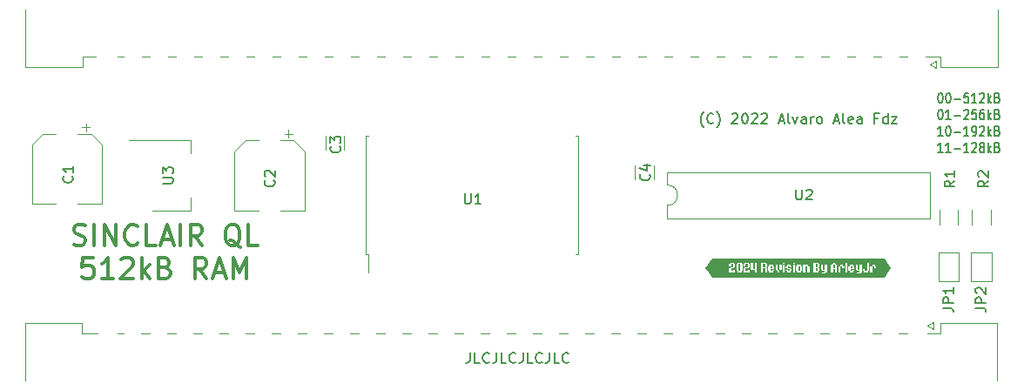
<source format=gbr>
%TF.GenerationSoftware,KiCad,Pcbnew,8.0.1*%
%TF.CreationDate,2024-04-05T09:52:39+02:00*%
%TF.ProjectId,qlexternal512kram_MIX,716c6578-7465-4726-9e61-6c3531326b72,0.1*%
%TF.SameCoordinates,Original*%
%TF.FileFunction,Legend,Top*%
%TF.FilePolarity,Positive*%
%FSLAX46Y46*%
G04 Gerber Fmt 4.6, Leading zero omitted, Abs format (unit mm)*
G04 Created by KiCad (PCBNEW 8.0.1) date 2024-04-05 09:52:39*
%MOMM*%
%LPD*%
G01*
G04 APERTURE LIST*
%ADD10C,0.150000*%
%ADD11C,0.300000*%
%ADD12C,0.120000*%
%ADD13C,0.000000*%
G04 APERTURE END LIST*
D10*
X137715951Y-85814819D02*
X137715951Y-86529104D01*
X137715951Y-86529104D02*
X137668332Y-86671961D01*
X137668332Y-86671961D02*
X137573094Y-86767200D01*
X137573094Y-86767200D02*
X137430237Y-86814819D01*
X137430237Y-86814819D02*
X137334999Y-86814819D01*
X138668332Y-86814819D02*
X138192142Y-86814819D01*
X138192142Y-86814819D02*
X138192142Y-85814819D01*
X139573094Y-86719580D02*
X139525475Y-86767200D01*
X139525475Y-86767200D02*
X139382618Y-86814819D01*
X139382618Y-86814819D02*
X139287380Y-86814819D01*
X139287380Y-86814819D02*
X139144523Y-86767200D01*
X139144523Y-86767200D02*
X139049285Y-86671961D01*
X139049285Y-86671961D02*
X139001666Y-86576723D01*
X139001666Y-86576723D02*
X138954047Y-86386247D01*
X138954047Y-86386247D02*
X138954047Y-86243390D01*
X138954047Y-86243390D02*
X139001666Y-86052914D01*
X139001666Y-86052914D02*
X139049285Y-85957676D01*
X139049285Y-85957676D02*
X139144523Y-85862438D01*
X139144523Y-85862438D02*
X139287380Y-85814819D01*
X139287380Y-85814819D02*
X139382618Y-85814819D01*
X139382618Y-85814819D02*
X139525475Y-85862438D01*
X139525475Y-85862438D02*
X139573094Y-85910057D01*
X140287380Y-85814819D02*
X140287380Y-86529104D01*
X140287380Y-86529104D02*
X140239761Y-86671961D01*
X140239761Y-86671961D02*
X140144523Y-86767200D01*
X140144523Y-86767200D02*
X140001666Y-86814819D01*
X140001666Y-86814819D02*
X139906428Y-86814819D01*
X141239761Y-86814819D02*
X140763571Y-86814819D01*
X140763571Y-86814819D02*
X140763571Y-85814819D01*
X142144523Y-86719580D02*
X142096904Y-86767200D01*
X142096904Y-86767200D02*
X141954047Y-86814819D01*
X141954047Y-86814819D02*
X141858809Y-86814819D01*
X141858809Y-86814819D02*
X141715952Y-86767200D01*
X141715952Y-86767200D02*
X141620714Y-86671961D01*
X141620714Y-86671961D02*
X141573095Y-86576723D01*
X141573095Y-86576723D02*
X141525476Y-86386247D01*
X141525476Y-86386247D02*
X141525476Y-86243390D01*
X141525476Y-86243390D02*
X141573095Y-86052914D01*
X141573095Y-86052914D02*
X141620714Y-85957676D01*
X141620714Y-85957676D02*
X141715952Y-85862438D01*
X141715952Y-85862438D02*
X141858809Y-85814819D01*
X141858809Y-85814819D02*
X141954047Y-85814819D01*
X141954047Y-85814819D02*
X142096904Y-85862438D01*
X142096904Y-85862438D02*
X142144523Y-85910057D01*
X142858809Y-85814819D02*
X142858809Y-86529104D01*
X142858809Y-86529104D02*
X142811190Y-86671961D01*
X142811190Y-86671961D02*
X142715952Y-86767200D01*
X142715952Y-86767200D02*
X142573095Y-86814819D01*
X142573095Y-86814819D02*
X142477857Y-86814819D01*
X143811190Y-86814819D02*
X143335000Y-86814819D01*
X143335000Y-86814819D02*
X143335000Y-85814819D01*
X144715952Y-86719580D02*
X144668333Y-86767200D01*
X144668333Y-86767200D02*
X144525476Y-86814819D01*
X144525476Y-86814819D02*
X144430238Y-86814819D01*
X144430238Y-86814819D02*
X144287381Y-86767200D01*
X144287381Y-86767200D02*
X144192143Y-86671961D01*
X144192143Y-86671961D02*
X144144524Y-86576723D01*
X144144524Y-86576723D02*
X144096905Y-86386247D01*
X144096905Y-86386247D02*
X144096905Y-86243390D01*
X144096905Y-86243390D02*
X144144524Y-86052914D01*
X144144524Y-86052914D02*
X144192143Y-85957676D01*
X144192143Y-85957676D02*
X144287381Y-85862438D01*
X144287381Y-85862438D02*
X144430238Y-85814819D01*
X144430238Y-85814819D02*
X144525476Y-85814819D01*
X144525476Y-85814819D02*
X144668333Y-85862438D01*
X144668333Y-85862438D02*
X144715952Y-85910057D01*
X145430238Y-85814819D02*
X145430238Y-86529104D01*
X145430238Y-86529104D02*
X145382619Y-86671961D01*
X145382619Y-86671961D02*
X145287381Y-86767200D01*
X145287381Y-86767200D02*
X145144524Y-86814819D01*
X145144524Y-86814819D02*
X145049286Y-86814819D01*
X146382619Y-86814819D02*
X145906429Y-86814819D01*
X145906429Y-86814819D02*
X145906429Y-85814819D01*
X147287381Y-86719580D02*
X147239762Y-86767200D01*
X147239762Y-86767200D02*
X147096905Y-86814819D01*
X147096905Y-86814819D02*
X147001667Y-86814819D01*
X147001667Y-86814819D02*
X146858810Y-86767200D01*
X146858810Y-86767200D02*
X146763572Y-86671961D01*
X146763572Y-86671961D02*
X146715953Y-86576723D01*
X146715953Y-86576723D02*
X146668334Y-86386247D01*
X146668334Y-86386247D02*
X146668334Y-86243390D01*
X146668334Y-86243390D02*
X146715953Y-86052914D01*
X146715953Y-86052914D02*
X146763572Y-85957676D01*
X146763572Y-85957676D02*
X146858810Y-85862438D01*
X146858810Y-85862438D02*
X147001667Y-85814819D01*
X147001667Y-85814819D02*
X147096905Y-85814819D01*
X147096905Y-85814819D02*
X147239762Y-85862438D01*
X147239762Y-85862438D02*
X147287381Y-85910057D01*
X183416541Y-60539903D02*
X183492731Y-60539903D01*
X183492731Y-60539903D02*
X183568922Y-60587522D01*
X183568922Y-60587522D02*
X183607017Y-60635141D01*
X183607017Y-60635141D02*
X183645112Y-60730379D01*
X183645112Y-60730379D02*
X183683207Y-60920855D01*
X183683207Y-60920855D02*
X183683207Y-61158950D01*
X183683207Y-61158950D02*
X183645112Y-61349426D01*
X183645112Y-61349426D02*
X183607017Y-61444664D01*
X183607017Y-61444664D02*
X183568922Y-61492284D01*
X183568922Y-61492284D02*
X183492731Y-61539903D01*
X183492731Y-61539903D02*
X183416541Y-61539903D01*
X183416541Y-61539903D02*
X183340350Y-61492284D01*
X183340350Y-61492284D02*
X183302255Y-61444664D01*
X183302255Y-61444664D02*
X183264160Y-61349426D01*
X183264160Y-61349426D02*
X183226064Y-61158950D01*
X183226064Y-61158950D02*
X183226064Y-60920855D01*
X183226064Y-60920855D02*
X183264160Y-60730379D01*
X183264160Y-60730379D02*
X183302255Y-60635141D01*
X183302255Y-60635141D02*
X183340350Y-60587522D01*
X183340350Y-60587522D02*
X183416541Y-60539903D01*
X184178446Y-60539903D02*
X184254636Y-60539903D01*
X184254636Y-60539903D02*
X184330827Y-60587522D01*
X184330827Y-60587522D02*
X184368922Y-60635141D01*
X184368922Y-60635141D02*
X184407017Y-60730379D01*
X184407017Y-60730379D02*
X184445112Y-60920855D01*
X184445112Y-60920855D02*
X184445112Y-61158950D01*
X184445112Y-61158950D02*
X184407017Y-61349426D01*
X184407017Y-61349426D02*
X184368922Y-61444664D01*
X184368922Y-61444664D02*
X184330827Y-61492284D01*
X184330827Y-61492284D02*
X184254636Y-61539903D01*
X184254636Y-61539903D02*
X184178446Y-61539903D01*
X184178446Y-61539903D02*
X184102255Y-61492284D01*
X184102255Y-61492284D02*
X184064160Y-61444664D01*
X184064160Y-61444664D02*
X184026065Y-61349426D01*
X184026065Y-61349426D02*
X183987969Y-61158950D01*
X183987969Y-61158950D02*
X183987969Y-60920855D01*
X183987969Y-60920855D02*
X184026065Y-60730379D01*
X184026065Y-60730379D02*
X184064160Y-60635141D01*
X184064160Y-60635141D02*
X184102255Y-60587522D01*
X184102255Y-60587522D02*
X184178446Y-60539903D01*
X184787970Y-61158950D02*
X185397494Y-61158950D01*
X186159398Y-60539903D02*
X185778446Y-60539903D01*
X185778446Y-60539903D02*
X185740350Y-61016093D01*
X185740350Y-61016093D02*
X185778446Y-60968474D01*
X185778446Y-60968474D02*
X185854636Y-60920855D01*
X185854636Y-60920855D02*
X186045112Y-60920855D01*
X186045112Y-60920855D02*
X186121303Y-60968474D01*
X186121303Y-60968474D02*
X186159398Y-61016093D01*
X186159398Y-61016093D02*
X186197493Y-61111331D01*
X186197493Y-61111331D02*
X186197493Y-61349426D01*
X186197493Y-61349426D02*
X186159398Y-61444664D01*
X186159398Y-61444664D02*
X186121303Y-61492284D01*
X186121303Y-61492284D02*
X186045112Y-61539903D01*
X186045112Y-61539903D02*
X185854636Y-61539903D01*
X185854636Y-61539903D02*
X185778446Y-61492284D01*
X185778446Y-61492284D02*
X185740350Y-61444664D01*
X186959398Y-61539903D02*
X186502255Y-61539903D01*
X186730827Y-61539903D02*
X186730827Y-60539903D01*
X186730827Y-60539903D02*
X186654636Y-60682760D01*
X186654636Y-60682760D02*
X186578446Y-60777998D01*
X186578446Y-60777998D02*
X186502255Y-60825617D01*
X187264160Y-60635141D02*
X187302256Y-60587522D01*
X187302256Y-60587522D02*
X187378446Y-60539903D01*
X187378446Y-60539903D02*
X187568922Y-60539903D01*
X187568922Y-60539903D02*
X187645113Y-60587522D01*
X187645113Y-60587522D02*
X187683208Y-60635141D01*
X187683208Y-60635141D02*
X187721303Y-60730379D01*
X187721303Y-60730379D02*
X187721303Y-60825617D01*
X187721303Y-60825617D02*
X187683208Y-60968474D01*
X187683208Y-60968474D02*
X187226065Y-61539903D01*
X187226065Y-61539903D02*
X187721303Y-61539903D01*
X188064161Y-61539903D02*
X188064161Y-60539903D01*
X188140351Y-61158950D02*
X188368923Y-61539903D01*
X188368923Y-60873236D02*
X188064161Y-61254188D01*
X188978446Y-61016093D02*
X189092732Y-61063712D01*
X189092732Y-61063712D02*
X189130827Y-61111331D01*
X189130827Y-61111331D02*
X189168923Y-61206569D01*
X189168923Y-61206569D02*
X189168923Y-61349426D01*
X189168923Y-61349426D02*
X189130827Y-61444664D01*
X189130827Y-61444664D02*
X189092732Y-61492284D01*
X189092732Y-61492284D02*
X189016542Y-61539903D01*
X189016542Y-61539903D02*
X188711780Y-61539903D01*
X188711780Y-61539903D02*
X188711780Y-60539903D01*
X188711780Y-60539903D02*
X188978446Y-60539903D01*
X188978446Y-60539903D02*
X189054637Y-60587522D01*
X189054637Y-60587522D02*
X189092732Y-60635141D01*
X189092732Y-60635141D02*
X189130827Y-60730379D01*
X189130827Y-60730379D02*
X189130827Y-60825617D01*
X189130827Y-60825617D02*
X189092732Y-60920855D01*
X189092732Y-60920855D02*
X189054637Y-60968474D01*
X189054637Y-60968474D02*
X188978446Y-61016093D01*
X188978446Y-61016093D02*
X188711780Y-61016093D01*
X183416541Y-62149847D02*
X183492731Y-62149847D01*
X183492731Y-62149847D02*
X183568922Y-62197466D01*
X183568922Y-62197466D02*
X183607017Y-62245085D01*
X183607017Y-62245085D02*
X183645112Y-62340323D01*
X183645112Y-62340323D02*
X183683207Y-62530799D01*
X183683207Y-62530799D02*
X183683207Y-62768894D01*
X183683207Y-62768894D02*
X183645112Y-62959370D01*
X183645112Y-62959370D02*
X183607017Y-63054608D01*
X183607017Y-63054608D02*
X183568922Y-63102228D01*
X183568922Y-63102228D02*
X183492731Y-63149847D01*
X183492731Y-63149847D02*
X183416541Y-63149847D01*
X183416541Y-63149847D02*
X183340350Y-63102228D01*
X183340350Y-63102228D02*
X183302255Y-63054608D01*
X183302255Y-63054608D02*
X183264160Y-62959370D01*
X183264160Y-62959370D02*
X183226064Y-62768894D01*
X183226064Y-62768894D02*
X183226064Y-62530799D01*
X183226064Y-62530799D02*
X183264160Y-62340323D01*
X183264160Y-62340323D02*
X183302255Y-62245085D01*
X183302255Y-62245085D02*
X183340350Y-62197466D01*
X183340350Y-62197466D02*
X183416541Y-62149847D01*
X184445112Y-63149847D02*
X183987969Y-63149847D01*
X184216541Y-63149847D02*
X184216541Y-62149847D01*
X184216541Y-62149847D02*
X184140350Y-62292704D01*
X184140350Y-62292704D02*
X184064160Y-62387942D01*
X184064160Y-62387942D02*
X183987969Y-62435561D01*
X184787970Y-62768894D02*
X185397494Y-62768894D01*
X185740350Y-62245085D02*
X185778446Y-62197466D01*
X185778446Y-62197466D02*
X185854636Y-62149847D01*
X185854636Y-62149847D02*
X186045112Y-62149847D01*
X186045112Y-62149847D02*
X186121303Y-62197466D01*
X186121303Y-62197466D02*
X186159398Y-62245085D01*
X186159398Y-62245085D02*
X186197493Y-62340323D01*
X186197493Y-62340323D02*
X186197493Y-62435561D01*
X186197493Y-62435561D02*
X186159398Y-62578418D01*
X186159398Y-62578418D02*
X185702255Y-63149847D01*
X185702255Y-63149847D02*
X186197493Y-63149847D01*
X186921303Y-62149847D02*
X186540351Y-62149847D01*
X186540351Y-62149847D02*
X186502255Y-62626037D01*
X186502255Y-62626037D02*
X186540351Y-62578418D01*
X186540351Y-62578418D02*
X186616541Y-62530799D01*
X186616541Y-62530799D02*
X186807017Y-62530799D01*
X186807017Y-62530799D02*
X186883208Y-62578418D01*
X186883208Y-62578418D02*
X186921303Y-62626037D01*
X186921303Y-62626037D02*
X186959398Y-62721275D01*
X186959398Y-62721275D02*
X186959398Y-62959370D01*
X186959398Y-62959370D02*
X186921303Y-63054608D01*
X186921303Y-63054608D02*
X186883208Y-63102228D01*
X186883208Y-63102228D02*
X186807017Y-63149847D01*
X186807017Y-63149847D02*
X186616541Y-63149847D01*
X186616541Y-63149847D02*
X186540351Y-63102228D01*
X186540351Y-63102228D02*
X186502255Y-63054608D01*
X187645113Y-62149847D02*
X187492732Y-62149847D01*
X187492732Y-62149847D02*
X187416541Y-62197466D01*
X187416541Y-62197466D02*
X187378446Y-62245085D01*
X187378446Y-62245085D02*
X187302256Y-62387942D01*
X187302256Y-62387942D02*
X187264160Y-62578418D01*
X187264160Y-62578418D02*
X187264160Y-62959370D01*
X187264160Y-62959370D02*
X187302256Y-63054608D01*
X187302256Y-63054608D02*
X187340351Y-63102228D01*
X187340351Y-63102228D02*
X187416541Y-63149847D01*
X187416541Y-63149847D02*
X187568922Y-63149847D01*
X187568922Y-63149847D02*
X187645113Y-63102228D01*
X187645113Y-63102228D02*
X187683208Y-63054608D01*
X187683208Y-63054608D02*
X187721303Y-62959370D01*
X187721303Y-62959370D02*
X187721303Y-62721275D01*
X187721303Y-62721275D02*
X187683208Y-62626037D01*
X187683208Y-62626037D02*
X187645113Y-62578418D01*
X187645113Y-62578418D02*
X187568922Y-62530799D01*
X187568922Y-62530799D02*
X187416541Y-62530799D01*
X187416541Y-62530799D02*
X187340351Y-62578418D01*
X187340351Y-62578418D02*
X187302256Y-62626037D01*
X187302256Y-62626037D02*
X187264160Y-62721275D01*
X188064161Y-63149847D02*
X188064161Y-62149847D01*
X188140351Y-62768894D02*
X188368923Y-63149847D01*
X188368923Y-62483180D02*
X188064161Y-62864132D01*
X188978446Y-62626037D02*
X189092732Y-62673656D01*
X189092732Y-62673656D02*
X189130827Y-62721275D01*
X189130827Y-62721275D02*
X189168923Y-62816513D01*
X189168923Y-62816513D02*
X189168923Y-62959370D01*
X189168923Y-62959370D02*
X189130827Y-63054608D01*
X189130827Y-63054608D02*
X189092732Y-63102228D01*
X189092732Y-63102228D02*
X189016542Y-63149847D01*
X189016542Y-63149847D02*
X188711780Y-63149847D01*
X188711780Y-63149847D02*
X188711780Y-62149847D01*
X188711780Y-62149847D02*
X188978446Y-62149847D01*
X188978446Y-62149847D02*
X189054637Y-62197466D01*
X189054637Y-62197466D02*
X189092732Y-62245085D01*
X189092732Y-62245085D02*
X189130827Y-62340323D01*
X189130827Y-62340323D02*
X189130827Y-62435561D01*
X189130827Y-62435561D02*
X189092732Y-62530799D01*
X189092732Y-62530799D02*
X189054637Y-62578418D01*
X189054637Y-62578418D02*
X188978446Y-62626037D01*
X188978446Y-62626037D02*
X188711780Y-62626037D01*
X183683207Y-64759791D02*
X183226064Y-64759791D01*
X183454636Y-64759791D02*
X183454636Y-63759791D01*
X183454636Y-63759791D02*
X183378445Y-63902648D01*
X183378445Y-63902648D02*
X183302255Y-63997886D01*
X183302255Y-63997886D02*
X183226064Y-64045505D01*
X184178446Y-63759791D02*
X184254636Y-63759791D01*
X184254636Y-63759791D02*
X184330827Y-63807410D01*
X184330827Y-63807410D02*
X184368922Y-63855029D01*
X184368922Y-63855029D02*
X184407017Y-63950267D01*
X184407017Y-63950267D02*
X184445112Y-64140743D01*
X184445112Y-64140743D02*
X184445112Y-64378838D01*
X184445112Y-64378838D02*
X184407017Y-64569314D01*
X184407017Y-64569314D02*
X184368922Y-64664552D01*
X184368922Y-64664552D02*
X184330827Y-64712172D01*
X184330827Y-64712172D02*
X184254636Y-64759791D01*
X184254636Y-64759791D02*
X184178446Y-64759791D01*
X184178446Y-64759791D02*
X184102255Y-64712172D01*
X184102255Y-64712172D02*
X184064160Y-64664552D01*
X184064160Y-64664552D02*
X184026065Y-64569314D01*
X184026065Y-64569314D02*
X183987969Y-64378838D01*
X183987969Y-64378838D02*
X183987969Y-64140743D01*
X183987969Y-64140743D02*
X184026065Y-63950267D01*
X184026065Y-63950267D02*
X184064160Y-63855029D01*
X184064160Y-63855029D02*
X184102255Y-63807410D01*
X184102255Y-63807410D02*
X184178446Y-63759791D01*
X184787970Y-64378838D02*
X185397494Y-64378838D01*
X186197493Y-64759791D02*
X185740350Y-64759791D01*
X185968922Y-64759791D02*
X185968922Y-63759791D01*
X185968922Y-63759791D02*
X185892731Y-63902648D01*
X185892731Y-63902648D02*
X185816541Y-63997886D01*
X185816541Y-63997886D02*
X185740350Y-64045505D01*
X186578446Y-64759791D02*
X186730827Y-64759791D01*
X186730827Y-64759791D02*
X186807017Y-64712172D01*
X186807017Y-64712172D02*
X186845113Y-64664552D01*
X186845113Y-64664552D02*
X186921303Y-64521695D01*
X186921303Y-64521695D02*
X186959398Y-64331219D01*
X186959398Y-64331219D02*
X186959398Y-63950267D01*
X186959398Y-63950267D02*
X186921303Y-63855029D01*
X186921303Y-63855029D02*
X186883208Y-63807410D01*
X186883208Y-63807410D02*
X186807017Y-63759791D01*
X186807017Y-63759791D02*
X186654636Y-63759791D01*
X186654636Y-63759791D02*
X186578446Y-63807410D01*
X186578446Y-63807410D02*
X186540351Y-63855029D01*
X186540351Y-63855029D02*
X186502255Y-63950267D01*
X186502255Y-63950267D02*
X186502255Y-64188362D01*
X186502255Y-64188362D02*
X186540351Y-64283600D01*
X186540351Y-64283600D02*
X186578446Y-64331219D01*
X186578446Y-64331219D02*
X186654636Y-64378838D01*
X186654636Y-64378838D02*
X186807017Y-64378838D01*
X186807017Y-64378838D02*
X186883208Y-64331219D01*
X186883208Y-64331219D02*
X186921303Y-64283600D01*
X186921303Y-64283600D02*
X186959398Y-64188362D01*
X187264160Y-63855029D02*
X187302256Y-63807410D01*
X187302256Y-63807410D02*
X187378446Y-63759791D01*
X187378446Y-63759791D02*
X187568922Y-63759791D01*
X187568922Y-63759791D02*
X187645113Y-63807410D01*
X187645113Y-63807410D02*
X187683208Y-63855029D01*
X187683208Y-63855029D02*
X187721303Y-63950267D01*
X187721303Y-63950267D02*
X187721303Y-64045505D01*
X187721303Y-64045505D02*
X187683208Y-64188362D01*
X187683208Y-64188362D02*
X187226065Y-64759791D01*
X187226065Y-64759791D02*
X187721303Y-64759791D01*
X188064161Y-64759791D02*
X188064161Y-63759791D01*
X188140351Y-64378838D02*
X188368923Y-64759791D01*
X188368923Y-64093124D02*
X188064161Y-64474076D01*
X188978446Y-64235981D02*
X189092732Y-64283600D01*
X189092732Y-64283600D02*
X189130827Y-64331219D01*
X189130827Y-64331219D02*
X189168923Y-64426457D01*
X189168923Y-64426457D02*
X189168923Y-64569314D01*
X189168923Y-64569314D02*
X189130827Y-64664552D01*
X189130827Y-64664552D02*
X189092732Y-64712172D01*
X189092732Y-64712172D02*
X189016542Y-64759791D01*
X189016542Y-64759791D02*
X188711780Y-64759791D01*
X188711780Y-64759791D02*
X188711780Y-63759791D01*
X188711780Y-63759791D02*
X188978446Y-63759791D01*
X188978446Y-63759791D02*
X189054637Y-63807410D01*
X189054637Y-63807410D02*
X189092732Y-63855029D01*
X189092732Y-63855029D02*
X189130827Y-63950267D01*
X189130827Y-63950267D02*
X189130827Y-64045505D01*
X189130827Y-64045505D02*
X189092732Y-64140743D01*
X189092732Y-64140743D02*
X189054637Y-64188362D01*
X189054637Y-64188362D02*
X188978446Y-64235981D01*
X188978446Y-64235981D02*
X188711780Y-64235981D01*
X183683207Y-66369735D02*
X183226064Y-66369735D01*
X183454636Y-66369735D02*
X183454636Y-65369735D01*
X183454636Y-65369735D02*
X183378445Y-65512592D01*
X183378445Y-65512592D02*
X183302255Y-65607830D01*
X183302255Y-65607830D02*
X183226064Y-65655449D01*
X184445112Y-66369735D02*
X183987969Y-66369735D01*
X184216541Y-66369735D02*
X184216541Y-65369735D01*
X184216541Y-65369735D02*
X184140350Y-65512592D01*
X184140350Y-65512592D02*
X184064160Y-65607830D01*
X184064160Y-65607830D02*
X183987969Y-65655449D01*
X184787970Y-65988782D02*
X185397494Y-65988782D01*
X186197493Y-66369735D02*
X185740350Y-66369735D01*
X185968922Y-66369735D02*
X185968922Y-65369735D01*
X185968922Y-65369735D02*
X185892731Y-65512592D01*
X185892731Y-65512592D02*
X185816541Y-65607830D01*
X185816541Y-65607830D02*
X185740350Y-65655449D01*
X186502255Y-65464973D02*
X186540351Y-65417354D01*
X186540351Y-65417354D02*
X186616541Y-65369735D01*
X186616541Y-65369735D02*
X186807017Y-65369735D01*
X186807017Y-65369735D02*
X186883208Y-65417354D01*
X186883208Y-65417354D02*
X186921303Y-65464973D01*
X186921303Y-65464973D02*
X186959398Y-65560211D01*
X186959398Y-65560211D02*
X186959398Y-65655449D01*
X186959398Y-65655449D02*
X186921303Y-65798306D01*
X186921303Y-65798306D02*
X186464160Y-66369735D01*
X186464160Y-66369735D02*
X186959398Y-66369735D01*
X187416541Y-65798306D02*
X187340351Y-65750687D01*
X187340351Y-65750687D02*
X187302256Y-65703068D01*
X187302256Y-65703068D02*
X187264160Y-65607830D01*
X187264160Y-65607830D02*
X187264160Y-65560211D01*
X187264160Y-65560211D02*
X187302256Y-65464973D01*
X187302256Y-65464973D02*
X187340351Y-65417354D01*
X187340351Y-65417354D02*
X187416541Y-65369735D01*
X187416541Y-65369735D02*
X187568922Y-65369735D01*
X187568922Y-65369735D02*
X187645113Y-65417354D01*
X187645113Y-65417354D02*
X187683208Y-65464973D01*
X187683208Y-65464973D02*
X187721303Y-65560211D01*
X187721303Y-65560211D02*
X187721303Y-65607830D01*
X187721303Y-65607830D02*
X187683208Y-65703068D01*
X187683208Y-65703068D02*
X187645113Y-65750687D01*
X187645113Y-65750687D02*
X187568922Y-65798306D01*
X187568922Y-65798306D02*
X187416541Y-65798306D01*
X187416541Y-65798306D02*
X187340351Y-65845925D01*
X187340351Y-65845925D02*
X187302256Y-65893544D01*
X187302256Y-65893544D02*
X187264160Y-65988782D01*
X187264160Y-65988782D02*
X187264160Y-66179258D01*
X187264160Y-66179258D02*
X187302256Y-66274496D01*
X187302256Y-66274496D02*
X187340351Y-66322116D01*
X187340351Y-66322116D02*
X187416541Y-66369735D01*
X187416541Y-66369735D02*
X187568922Y-66369735D01*
X187568922Y-66369735D02*
X187645113Y-66322116D01*
X187645113Y-66322116D02*
X187683208Y-66274496D01*
X187683208Y-66274496D02*
X187721303Y-66179258D01*
X187721303Y-66179258D02*
X187721303Y-65988782D01*
X187721303Y-65988782D02*
X187683208Y-65893544D01*
X187683208Y-65893544D02*
X187645113Y-65845925D01*
X187645113Y-65845925D02*
X187568922Y-65798306D01*
X188064161Y-66369735D02*
X188064161Y-65369735D01*
X188140351Y-65988782D02*
X188368923Y-66369735D01*
X188368923Y-65703068D02*
X188064161Y-66084020D01*
X188978446Y-65845925D02*
X189092732Y-65893544D01*
X189092732Y-65893544D02*
X189130827Y-65941163D01*
X189130827Y-65941163D02*
X189168923Y-66036401D01*
X189168923Y-66036401D02*
X189168923Y-66179258D01*
X189168923Y-66179258D02*
X189130827Y-66274496D01*
X189130827Y-66274496D02*
X189092732Y-66322116D01*
X189092732Y-66322116D02*
X189016542Y-66369735D01*
X189016542Y-66369735D02*
X188711780Y-66369735D01*
X188711780Y-66369735D02*
X188711780Y-65369735D01*
X188711780Y-65369735D02*
X188978446Y-65369735D01*
X188978446Y-65369735D02*
X189054637Y-65417354D01*
X189054637Y-65417354D02*
X189092732Y-65464973D01*
X189092732Y-65464973D02*
X189130827Y-65560211D01*
X189130827Y-65560211D02*
X189130827Y-65655449D01*
X189130827Y-65655449D02*
X189092732Y-65750687D01*
X189092732Y-65750687D02*
X189054637Y-65798306D01*
X189054637Y-65798306D02*
X188978446Y-65845925D01*
X188978446Y-65845925D02*
X188711780Y-65845925D01*
D11*
X99187856Y-75277456D02*
X99473570Y-75372694D01*
X99473570Y-75372694D02*
X99949761Y-75372694D01*
X99949761Y-75372694D02*
X100140237Y-75277456D01*
X100140237Y-75277456D02*
X100235475Y-75182217D01*
X100235475Y-75182217D02*
X100330713Y-74991741D01*
X100330713Y-74991741D02*
X100330713Y-74801265D01*
X100330713Y-74801265D02*
X100235475Y-74610789D01*
X100235475Y-74610789D02*
X100140237Y-74515551D01*
X100140237Y-74515551D02*
X99949761Y-74420313D01*
X99949761Y-74420313D02*
X99568808Y-74325075D01*
X99568808Y-74325075D02*
X99378332Y-74229836D01*
X99378332Y-74229836D02*
X99283094Y-74134598D01*
X99283094Y-74134598D02*
X99187856Y-73944122D01*
X99187856Y-73944122D02*
X99187856Y-73753646D01*
X99187856Y-73753646D02*
X99283094Y-73563170D01*
X99283094Y-73563170D02*
X99378332Y-73467932D01*
X99378332Y-73467932D02*
X99568808Y-73372694D01*
X99568808Y-73372694D02*
X100044999Y-73372694D01*
X100044999Y-73372694D02*
X100330713Y-73467932D01*
X101187856Y-75372694D02*
X101187856Y-73372694D01*
X102140237Y-75372694D02*
X102140237Y-73372694D01*
X102140237Y-73372694D02*
X103283094Y-75372694D01*
X103283094Y-75372694D02*
X103283094Y-73372694D01*
X105378332Y-75182217D02*
X105283094Y-75277456D01*
X105283094Y-75277456D02*
X104997380Y-75372694D01*
X104997380Y-75372694D02*
X104806904Y-75372694D01*
X104806904Y-75372694D02*
X104521189Y-75277456D01*
X104521189Y-75277456D02*
X104330713Y-75086979D01*
X104330713Y-75086979D02*
X104235475Y-74896503D01*
X104235475Y-74896503D02*
X104140237Y-74515551D01*
X104140237Y-74515551D02*
X104140237Y-74229836D01*
X104140237Y-74229836D02*
X104235475Y-73848884D01*
X104235475Y-73848884D02*
X104330713Y-73658408D01*
X104330713Y-73658408D02*
X104521189Y-73467932D01*
X104521189Y-73467932D02*
X104806904Y-73372694D01*
X104806904Y-73372694D02*
X104997380Y-73372694D01*
X104997380Y-73372694D02*
X105283094Y-73467932D01*
X105283094Y-73467932D02*
X105378332Y-73563170D01*
X107187856Y-75372694D02*
X106235475Y-75372694D01*
X106235475Y-75372694D02*
X106235475Y-73372694D01*
X107759285Y-74801265D02*
X108711666Y-74801265D01*
X107568809Y-75372694D02*
X108235475Y-73372694D01*
X108235475Y-73372694D02*
X108902142Y-75372694D01*
X109568809Y-75372694D02*
X109568809Y-73372694D01*
X111664047Y-75372694D02*
X110997380Y-74420313D01*
X110521190Y-75372694D02*
X110521190Y-73372694D01*
X110521190Y-73372694D02*
X111283095Y-73372694D01*
X111283095Y-73372694D02*
X111473571Y-73467932D01*
X111473571Y-73467932D02*
X111568809Y-73563170D01*
X111568809Y-73563170D02*
X111664047Y-73753646D01*
X111664047Y-73753646D02*
X111664047Y-74039360D01*
X111664047Y-74039360D02*
X111568809Y-74229836D01*
X111568809Y-74229836D02*
X111473571Y-74325075D01*
X111473571Y-74325075D02*
X111283095Y-74420313D01*
X111283095Y-74420313D02*
X110521190Y-74420313D01*
X115378333Y-75563170D02*
X115187857Y-75467932D01*
X115187857Y-75467932D02*
X114997381Y-75277456D01*
X114997381Y-75277456D02*
X114711667Y-74991741D01*
X114711667Y-74991741D02*
X114521190Y-74896503D01*
X114521190Y-74896503D02*
X114330714Y-74896503D01*
X114425952Y-75372694D02*
X114235476Y-75277456D01*
X114235476Y-75277456D02*
X114045000Y-75086979D01*
X114045000Y-75086979D02*
X113949762Y-74706027D01*
X113949762Y-74706027D02*
X113949762Y-74039360D01*
X113949762Y-74039360D02*
X114045000Y-73658408D01*
X114045000Y-73658408D02*
X114235476Y-73467932D01*
X114235476Y-73467932D02*
X114425952Y-73372694D01*
X114425952Y-73372694D02*
X114806905Y-73372694D01*
X114806905Y-73372694D02*
X114997381Y-73467932D01*
X114997381Y-73467932D02*
X115187857Y-73658408D01*
X115187857Y-73658408D02*
X115283095Y-74039360D01*
X115283095Y-74039360D02*
X115283095Y-74706027D01*
X115283095Y-74706027D02*
X115187857Y-75086979D01*
X115187857Y-75086979D02*
X114997381Y-75277456D01*
X114997381Y-75277456D02*
X114806905Y-75372694D01*
X114806905Y-75372694D02*
X114425952Y-75372694D01*
X117092619Y-75372694D02*
X116140238Y-75372694D01*
X116140238Y-75372694D02*
X116140238Y-73372694D01*
X101044999Y-76592582D02*
X100092618Y-76592582D01*
X100092618Y-76592582D02*
X99997380Y-77544963D01*
X99997380Y-77544963D02*
X100092618Y-77449724D01*
X100092618Y-77449724D02*
X100283094Y-77354486D01*
X100283094Y-77354486D02*
X100759285Y-77354486D01*
X100759285Y-77354486D02*
X100949761Y-77449724D01*
X100949761Y-77449724D02*
X101044999Y-77544963D01*
X101044999Y-77544963D02*
X101140237Y-77735439D01*
X101140237Y-77735439D02*
X101140237Y-78211629D01*
X101140237Y-78211629D02*
X101044999Y-78402105D01*
X101044999Y-78402105D02*
X100949761Y-78497344D01*
X100949761Y-78497344D02*
X100759285Y-78592582D01*
X100759285Y-78592582D02*
X100283094Y-78592582D01*
X100283094Y-78592582D02*
X100092618Y-78497344D01*
X100092618Y-78497344D02*
X99997380Y-78402105D01*
X103044999Y-78592582D02*
X101902142Y-78592582D01*
X102473570Y-78592582D02*
X102473570Y-76592582D01*
X102473570Y-76592582D02*
X102283094Y-76878296D01*
X102283094Y-76878296D02*
X102092618Y-77068772D01*
X102092618Y-77068772D02*
X101902142Y-77164010D01*
X103806904Y-76783058D02*
X103902142Y-76687820D01*
X103902142Y-76687820D02*
X104092618Y-76592582D01*
X104092618Y-76592582D02*
X104568809Y-76592582D01*
X104568809Y-76592582D02*
X104759285Y-76687820D01*
X104759285Y-76687820D02*
X104854523Y-76783058D01*
X104854523Y-76783058D02*
X104949761Y-76973534D01*
X104949761Y-76973534D02*
X104949761Y-77164010D01*
X104949761Y-77164010D02*
X104854523Y-77449724D01*
X104854523Y-77449724D02*
X103711666Y-78592582D01*
X103711666Y-78592582D02*
X104949761Y-78592582D01*
X105806904Y-78592582D02*
X105806904Y-76592582D01*
X105997380Y-77830677D02*
X106568809Y-78592582D01*
X106568809Y-77259248D02*
X105806904Y-78021153D01*
X108092619Y-77544963D02*
X108378333Y-77640201D01*
X108378333Y-77640201D02*
X108473571Y-77735439D01*
X108473571Y-77735439D02*
X108568809Y-77925915D01*
X108568809Y-77925915D02*
X108568809Y-78211629D01*
X108568809Y-78211629D02*
X108473571Y-78402105D01*
X108473571Y-78402105D02*
X108378333Y-78497344D01*
X108378333Y-78497344D02*
X108187857Y-78592582D01*
X108187857Y-78592582D02*
X107425952Y-78592582D01*
X107425952Y-78592582D02*
X107425952Y-76592582D01*
X107425952Y-76592582D02*
X108092619Y-76592582D01*
X108092619Y-76592582D02*
X108283095Y-76687820D01*
X108283095Y-76687820D02*
X108378333Y-76783058D01*
X108378333Y-76783058D02*
X108473571Y-76973534D01*
X108473571Y-76973534D02*
X108473571Y-77164010D01*
X108473571Y-77164010D02*
X108378333Y-77354486D01*
X108378333Y-77354486D02*
X108283095Y-77449724D01*
X108283095Y-77449724D02*
X108092619Y-77544963D01*
X108092619Y-77544963D02*
X107425952Y-77544963D01*
X112092619Y-78592582D02*
X111425952Y-77640201D01*
X110949762Y-78592582D02*
X110949762Y-76592582D01*
X110949762Y-76592582D02*
X111711667Y-76592582D01*
X111711667Y-76592582D02*
X111902143Y-76687820D01*
X111902143Y-76687820D02*
X111997381Y-76783058D01*
X111997381Y-76783058D02*
X112092619Y-76973534D01*
X112092619Y-76973534D02*
X112092619Y-77259248D01*
X112092619Y-77259248D02*
X111997381Y-77449724D01*
X111997381Y-77449724D02*
X111902143Y-77544963D01*
X111902143Y-77544963D02*
X111711667Y-77640201D01*
X111711667Y-77640201D02*
X110949762Y-77640201D01*
X112854524Y-78021153D02*
X113806905Y-78021153D01*
X112664048Y-78592582D02*
X113330714Y-76592582D01*
X113330714Y-76592582D02*
X113997381Y-78592582D01*
X114664048Y-78592582D02*
X114664048Y-76592582D01*
X114664048Y-76592582D02*
X115330715Y-78021153D01*
X115330715Y-78021153D02*
X115997381Y-76592582D01*
X115997381Y-76592582D02*
X115997381Y-78592582D01*
D10*
X160425712Y-63920771D02*
X160378093Y-63873152D01*
X160378093Y-63873152D02*
X160282855Y-63730295D01*
X160282855Y-63730295D02*
X160235236Y-63635057D01*
X160235236Y-63635057D02*
X160187617Y-63492200D01*
X160187617Y-63492200D02*
X160139998Y-63254104D01*
X160139998Y-63254104D02*
X160139998Y-63063628D01*
X160139998Y-63063628D02*
X160187617Y-62825533D01*
X160187617Y-62825533D02*
X160235236Y-62682676D01*
X160235236Y-62682676D02*
X160282855Y-62587438D01*
X160282855Y-62587438D02*
X160378093Y-62444580D01*
X160378093Y-62444580D02*
X160425712Y-62396961D01*
X161378093Y-63444580D02*
X161330474Y-63492200D01*
X161330474Y-63492200D02*
X161187617Y-63539819D01*
X161187617Y-63539819D02*
X161092379Y-63539819D01*
X161092379Y-63539819D02*
X160949522Y-63492200D01*
X160949522Y-63492200D02*
X160854284Y-63396961D01*
X160854284Y-63396961D02*
X160806665Y-63301723D01*
X160806665Y-63301723D02*
X160759046Y-63111247D01*
X160759046Y-63111247D02*
X160759046Y-62968390D01*
X160759046Y-62968390D02*
X160806665Y-62777914D01*
X160806665Y-62777914D02*
X160854284Y-62682676D01*
X160854284Y-62682676D02*
X160949522Y-62587438D01*
X160949522Y-62587438D02*
X161092379Y-62539819D01*
X161092379Y-62539819D02*
X161187617Y-62539819D01*
X161187617Y-62539819D02*
X161330474Y-62587438D01*
X161330474Y-62587438D02*
X161378093Y-62635057D01*
X161711427Y-63920771D02*
X161759046Y-63873152D01*
X161759046Y-63873152D02*
X161854284Y-63730295D01*
X161854284Y-63730295D02*
X161901903Y-63635057D01*
X161901903Y-63635057D02*
X161949522Y-63492200D01*
X161949522Y-63492200D02*
X161997141Y-63254104D01*
X161997141Y-63254104D02*
X161997141Y-63063628D01*
X161997141Y-63063628D02*
X161949522Y-62825533D01*
X161949522Y-62825533D02*
X161901903Y-62682676D01*
X161901903Y-62682676D02*
X161854284Y-62587438D01*
X161854284Y-62587438D02*
X161759046Y-62444580D01*
X161759046Y-62444580D02*
X161711427Y-62396961D01*
X163187618Y-62635057D02*
X163235237Y-62587438D01*
X163235237Y-62587438D02*
X163330475Y-62539819D01*
X163330475Y-62539819D02*
X163568570Y-62539819D01*
X163568570Y-62539819D02*
X163663808Y-62587438D01*
X163663808Y-62587438D02*
X163711427Y-62635057D01*
X163711427Y-62635057D02*
X163759046Y-62730295D01*
X163759046Y-62730295D02*
X163759046Y-62825533D01*
X163759046Y-62825533D02*
X163711427Y-62968390D01*
X163711427Y-62968390D02*
X163139999Y-63539819D01*
X163139999Y-63539819D02*
X163759046Y-63539819D01*
X164378094Y-62539819D02*
X164473332Y-62539819D01*
X164473332Y-62539819D02*
X164568570Y-62587438D01*
X164568570Y-62587438D02*
X164616189Y-62635057D01*
X164616189Y-62635057D02*
X164663808Y-62730295D01*
X164663808Y-62730295D02*
X164711427Y-62920771D01*
X164711427Y-62920771D02*
X164711427Y-63158866D01*
X164711427Y-63158866D02*
X164663808Y-63349342D01*
X164663808Y-63349342D02*
X164616189Y-63444580D01*
X164616189Y-63444580D02*
X164568570Y-63492200D01*
X164568570Y-63492200D02*
X164473332Y-63539819D01*
X164473332Y-63539819D02*
X164378094Y-63539819D01*
X164378094Y-63539819D02*
X164282856Y-63492200D01*
X164282856Y-63492200D02*
X164235237Y-63444580D01*
X164235237Y-63444580D02*
X164187618Y-63349342D01*
X164187618Y-63349342D02*
X164139999Y-63158866D01*
X164139999Y-63158866D02*
X164139999Y-62920771D01*
X164139999Y-62920771D02*
X164187618Y-62730295D01*
X164187618Y-62730295D02*
X164235237Y-62635057D01*
X164235237Y-62635057D02*
X164282856Y-62587438D01*
X164282856Y-62587438D02*
X164378094Y-62539819D01*
X165092380Y-62635057D02*
X165139999Y-62587438D01*
X165139999Y-62587438D02*
X165235237Y-62539819D01*
X165235237Y-62539819D02*
X165473332Y-62539819D01*
X165473332Y-62539819D02*
X165568570Y-62587438D01*
X165568570Y-62587438D02*
X165616189Y-62635057D01*
X165616189Y-62635057D02*
X165663808Y-62730295D01*
X165663808Y-62730295D02*
X165663808Y-62825533D01*
X165663808Y-62825533D02*
X165616189Y-62968390D01*
X165616189Y-62968390D02*
X165044761Y-63539819D01*
X165044761Y-63539819D02*
X165663808Y-63539819D01*
X166044761Y-62635057D02*
X166092380Y-62587438D01*
X166092380Y-62587438D02*
X166187618Y-62539819D01*
X166187618Y-62539819D02*
X166425713Y-62539819D01*
X166425713Y-62539819D02*
X166520951Y-62587438D01*
X166520951Y-62587438D02*
X166568570Y-62635057D01*
X166568570Y-62635057D02*
X166616189Y-62730295D01*
X166616189Y-62730295D02*
X166616189Y-62825533D01*
X166616189Y-62825533D02*
X166568570Y-62968390D01*
X166568570Y-62968390D02*
X165997142Y-63539819D01*
X165997142Y-63539819D02*
X166616189Y-63539819D01*
X167759047Y-63254104D02*
X168235237Y-63254104D01*
X167663809Y-63539819D02*
X167997142Y-62539819D01*
X167997142Y-62539819D02*
X168330475Y-63539819D01*
X168806666Y-63539819D02*
X168711428Y-63492200D01*
X168711428Y-63492200D02*
X168663809Y-63396961D01*
X168663809Y-63396961D02*
X168663809Y-62539819D01*
X169092381Y-62873152D02*
X169330476Y-63539819D01*
X169330476Y-63539819D02*
X169568571Y-62873152D01*
X170378095Y-63539819D02*
X170378095Y-63016009D01*
X170378095Y-63016009D02*
X170330476Y-62920771D01*
X170330476Y-62920771D02*
X170235238Y-62873152D01*
X170235238Y-62873152D02*
X170044762Y-62873152D01*
X170044762Y-62873152D02*
X169949524Y-62920771D01*
X170378095Y-63492200D02*
X170282857Y-63539819D01*
X170282857Y-63539819D02*
X170044762Y-63539819D01*
X170044762Y-63539819D02*
X169949524Y-63492200D01*
X169949524Y-63492200D02*
X169901905Y-63396961D01*
X169901905Y-63396961D02*
X169901905Y-63301723D01*
X169901905Y-63301723D02*
X169949524Y-63206485D01*
X169949524Y-63206485D02*
X170044762Y-63158866D01*
X170044762Y-63158866D02*
X170282857Y-63158866D01*
X170282857Y-63158866D02*
X170378095Y-63111247D01*
X170854286Y-63539819D02*
X170854286Y-62873152D01*
X170854286Y-63063628D02*
X170901905Y-62968390D01*
X170901905Y-62968390D02*
X170949524Y-62920771D01*
X170949524Y-62920771D02*
X171044762Y-62873152D01*
X171044762Y-62873152D02*
X171140000Y-62873152D01*
X171616191Y-63539819D02*
X171520953Y-63492200D01*
X171520953Y-63492200D02*
X171473334Y-63444580D01*
X171473334Y-63444580D02*
X171425715Y-63349342D01*
X171425715Y-63349342D02*
X171425715Y-63063628D01*
X171425715Y-63063628D02*
X171473334Y-62968390D01*
X171473334Y-62968390D02*
X171520953Y-62920771D01*
X171520953Y-62920771D02*
X171616191Y-62873152D01*
X171616191Y-62873152D02*
X171759048Y-62873152D01*
X171759048Y-62873152D02*
X171854286Y-62920771D01*
X171854286Y-62920771D02*
X171901905Y-62968390D01*
X171901905Y-62968390D02*
X171949524Y-63063628D01*
X171949524Y-63063628D02*
X171949524Y-63349342D01*
X171949524Y-63349342D02*
X171901905Y-63444580D01*
X171901905Y-63444580D02*
X171854286Y-63492200D01*
X171854286Y-63492200D02*
X171759048Y-63539819D01*
X171759048Y-63539819D02*
X171616191Y-63539819D01*
X173092382Y-63254104D02*
X173568572Y-63254104D01*
X172997144Y-63539819D02*
X173330477Y-62539819D01*
X173330477Y-62539819D02*
X173663810Y-63539819D01*
X174140001Y-63539819D02*
X174044763Y-63492200D01*
X174044763Y-63492200D02*
X173997144Y-63396961D01*
X173997144Y-63396961D02*
X173997144Y-62539819D01*
X174901906Y-63492200D02*
X174806668Y-63539819D01*
X174806668Y-63539819D02*
X174616192Y-63539819D01*
X174616192Y-63539819D02*
X174520954Y-63492200D01*
X174520954Y-63492200D02*
X174473335Y-63396961D01*
X174473335Y-63396961D02*
X174473335Y-63016009D01*
X174473335Y-63016009D02*
X174520954Y-62920771D01*
X174520954Y-62920771D02*
X174616192Y-62873152D01*
X174616192Y-62873152D02*
X174806668Y-62873152D01*
X174806668Y-62873152D02*
X174901906Y-62920771D01*
X174901906Y-62920771D02*
X174949525Y-63016009D01*
X174949525Y-63016009D02*
X174949525Y-63111247D01*
X174949525Y-63111247D02*
X174473335Y-63206485D01*
X175806668Y-63539819D02*
X175806668Y-63016009D01*
X175806668Y-63016009D02*
X175759049Y-62920771D01*
X175759049Y-62920771D02*
X175663811Y-62873152D01*
X175663811Y-62873152D02*
X175473335Y-62873152D01*
X175473335Y-62873152D02*
X175378097Y-62920771D01*
X175806668Y-63492200D02*
X175711430Y-63539819D01*
X175711430Y-63539819D02*
X175473335Y-63539819D01*
X175473335Y-63539819D02*
X175378097Y-63492200D01*
X175378097Y-63492200D02*
X175330478Y-63396961D01*
X175330478Y-63396961D02*
X175330478Y-63301723D01*
X175330478Y-63301723D02*
X175378097Y-63206485D01*
X175378097Y-63206485D02*
X175473335Y-63158866D01*
X175473335Y-63158866D02*
X175711430Y-63158866D01*
X175711430Y-63158866D02*
X175806668Y-63111247D01*
X177378097Y-63016009D02*
X177044764Y-63016009D01*
X177044764Y-63539819D02*
X177044764Y-62539819D01*
X177044764Y-62539819D02*
X177520954Y-62539819D01*
X178330478Y-63539819D02*
X178330478Y-62539819D01*
X178330478Y-63492200D02*
X178235240Y-63539819D01*
X178235240Y-63539819D02*
X178044764Y-63539819D01*
X178044764Y-63539819D02*
X177949526Y-63492200D01*
X177949526Y-63492200D02*
X177901907Y-63444580D01*
X177901907Y-63444580D02*
X177854288Y-63349342D01*
X177854288Y-63349342D02*
X177854288Y-63063628D01*
X177854288Y-63063628D02*
X177901907Y-62968390D01*
X177901907Y-62968390D02*
X177949526Y-62920771D01*
X177949526Y-62920771D02*
X178044764Y-62873152D01*
X178044764Y-62873152D02*
X178235240Y-62873152D01*
X178235240Y-62873152D02*
X178330478Y-62920771D01*
X178711431Y-62873152D02*
X179235240Y-62873152D01*
X179235240Y-62873152D02*
X178711431Y-63539819D01*
X178711431Y-63539819D02*
X179235240Y-63539819D01*
X183699819Y-81478333D02*
X184414104Y-81478333D01*
X184414104Y-81478333D02*
X184556961Y-81525952D01*
X184556961Y-81525952D02*
X184652200Y-81621190D01*
X184652200Y-81621190D02*
X184699819Y-81764047D01*
X184699819Y-81764047D02*
X184699819Y-81859285D01*
X184699819Y-81002142D02*
X183699819Y-81002142D01*
X183699819Y-81002142D02*
X183699819Y-80621190D01*
X183699819Y-80621190D02*
X183747438Y-80525952D01*
X183747438Y-80525952D02*
X183795057Y-80478333D01*
X183795057Y-80478333D02*
X183890295Y-80430714D01*
X183890295Y-80430714D02*
X184033152Y-80430714D01*
X184033152Y-80430714D02*
X184128390Y-80478333D01*
X184128390Y-80478333D02*
X184176009Y-80525952D01*
X184176009Y-80525952D02*
X184223628Y-80621190D01*
X184223628Y-80621190D02*
X184223628Y-81002142D01*
X184699819Y-79478333D02*
X184699819Y-80049761D01*
X184699819Y-79764047D02*
X183699819Y-79764047D01*
X183699819Y-79764047D02*
X183842676Y-79859285D01*
X183842676Y-79859285D02*
X183937914Y-79954523D01*
X183937914Y-79954523D02*
X183985533Y-80049761D01*
X107824819Y-69346904D02*
X108634342Y-69346904D01*
X108634342Y-69346904D02*
X108729580Y-69299285D01*
X108729580Y-69299285D02*
X108777200Y-69251666D01*
X108777200Y-69251666D02*
X108824819Y-69156428D01*
X108824819Y-69156428D02*
X108824819Y-68965952D01*
X108824819Y-68965952D02*
X108777200Y-68870714D01*
X108777200Y-68870714D02*
X108729580Y-68823095D01*
X108729580Y-68823095D02*
X108634342Y-68775476D01*
X108634342Y-68775476D02*
X107824819Y-68775476D01*
X107824819Y-68394523D02*
X107824819Y-67775476D01*
X107824819Y-67775476D02*
X108205771Y-68108809D01*
X108205771Y-68108809D02*
X108205771Y-67965952D01*
X108205771Y-67965952D02*
X108253390Y-67870714D01*
X108253390Y-67870714D02*
X108301009Y-67823095D01*
X108301009Y-67823095D02*
X108396247Y-67775476D01*
X108396247Y-67775476D02*
X108634342Y-67775476D01*
X108634342Y-67775476D02*
X108729580Y-67823095D01*
X108729580Y-67823095D02*
X108777200Y-67870714D01*
X108777200Y-67870714D02*
X108824819Y-67965952D01*
X108824819Y-67965952D02*
X108824819Y-68251666D01*
X108824819Y-68251666D02*
X108777200Y-68346904D01*
X108777200Y-68346904D02*
X108729580Y-68394523D01*
X99029580Y-68651666D02*
X99077200Y-68699285D01*
X99077200Y-68699285D02*
X99124819Y-68842142D01*
X99124819Y-68842142D02*
X99124819Y-68937380D01*
X99124819Y-68937380D02*
X99077200Y-69080237D01*
X99077200Y-69080237D02*
X98981961Y-69175475D01*
X98981961Y-69175475D02*
X98886723Y-69223094D01*
X98886723Y-69223094D02*
X98696247Y-69270713D01*
X98696247Y-69270713D02*
X98553390Y-69270713D01*
X98553390Y-69270713D02*
X98362914Y-69223094D01*
X98362914Y-69223094D02*
X98267676Y-69175475D01*
X98267676Y-69175475D02*
X98172438Y-69080237D01*
X98172438Y-69080237D02*
X98124819Y-68937380D01*
X98124819Y-68937380D02*
X98124819Y-68842142D01*
X98124819Y-68842142D02*
X98172438Y-68699285D01*
X98172438Y-68699285D02*
X98220057Y-68651666D01*
X99124819Y-67699285D02*
X99124819Y-68270713D01*
X99124819Y-67984999D02*
X98124819Y-67984999D01*
X98124819Y-67984999D02*
X98267676Y-68080237D01*
X98267676Y-68080237D02*
X98362914Y-68175475D01*
X98362914Y-68175475D02*
X98410533Y-68270713D01*
X155129580Y-68451666D02*
X155177200Y-68499285D01*
X155177200Y-68499285D02*
X155224819Y-68642142D01*
X155224819Y-68642142D02*
X155224819Y-68737380D01*
X155224819Y-68737380D02*
X155177200Y-68880237D01*
X155177200Y-68880237D02*
X155081961Y-68975475D01*
X155081961Y-68975475D02*
X154986723Y-69023094D01*
X154986723Y-69023094D02*
X154796247Y-69070713D01*
X154796247Y-69070713D02*
X154653390Y-69070713D01*
X154653390Y-69070713D02*
X154462914Y-69023094D01*
X154462914Y-69023094D02*
X154367676Y-68975475D01*
X154367676Y-68975475D02*
X154272438Y-68880237D01*
X154272438Y-68880237D02*
X154224819Y-68737380D01*
X154224819Y-68737380D02*
X154224819Y-68642142D01*
X154224819Y-68642142D02*
X154272438Y-68499285D01*
X154272438Y-68499285D02*
X154320057Y-68451666D01*
X154558152Y-67594523D02*
X155224819Y-67594523D01*
X154177200Y-67832618D02*
X154891485Y-68070713D01*
X154891485Y-68070713D02*
X154891485Y-67451666D01*
X118629580Y-69051666D02*
X118677200Y-69099285D01*
X118677200Y-69099285D02*
X118724819Y-69242142D01*
X118724819Y-69242142D02*
X118724819Y-69337380D01*
X118724819Y-69337380D02*
X118677200Y-69480237D01*
X118677200Y-69480237D02*
X118581961Y-69575475D01*
X118581961Y-69575475D02*
X118486723Y-69623094D01*
X118486723Y-69623094D02*
X118296247Y-69670713D01*
X118296247Y-69670713D02*
X118153390Y-69670713D01*
X118153390Y-69670713D02*
X117962914Y-69623094D01*
X117962914Y-69623094D02*
X117867676Y-69575475D01*
X117867676Y-69575475D02*
X117772438Y-69480237D01*
X117772438Y-69480237D02*
X117724819Y-69337380D01*
X117724819Y-69337380D02*
X117724819Y-69242142D01*
X117724819Y-69242142D02*
X117772438Y-69099285D01*
X117772438Y-69099285D02*
X117820057Y-69051666D01*
X117820057Y-68670713D02*
X117772438Y-68623094D01*
X117772438Y-68623094D02*
X117724819Y-68527856D01*
X117724819Y-68527856D02*
X117724819Y-68289761D01*
X117724819Y-68289761D02*
X117772438Y-68194523D01*
X117772438Y-68194523D02*
X117820057Y-68146904D01*
X117820057Y-68146904D02*
X117915295Y-68099285D01*
X117915295Y-68099285D02*
X118010533Y-68099285D01*
X118010533Y-68099285D02*
X118153390Y-68146904D01*
X118153390Y-68146904D02*
X118724819Y-68718332D01*
X118724819Y-68718332D02*
X118724819Y-68099285D01*
X125029580Y-65751666D02*
X125077200Y-65799285D01*
X125077200Y-65799285D02*
X125124819Y-65942142D01*
X125124819Y-65942142D02*
X125124819Y-66037380D01*
X125124819Y-66037380D02*
X125077200Y-66180237D01*
X125077200Y-66180237D02*
X124981961Y-66275475D01*
X124981961Y-66275475D02*
X124886723Y-66323094D01*
X124886723Y-66323094D02*
X124696247Y-66370713D01*
X124696247Y-66370713D02*
X124553390Y-66370713D01*
X124553390Y-66370713D02*
X124362914Y-66323094D01*
X124362914Y-66323094D02*
X124267676Y-66275475D01*
X124267676Y-66275475D02*
X124172438Y-66180237D01*
X124172438Y-66180237D02*
X124124819Y-66037380D01*
X124124819Y-66037380D02*
X124124819Y-65942142D01*
X124124819Y-65942142D02*
X124172438Y-65799285D01*
X124172438Y-65799285D02*
X124220057Y-65751666D01*
X124124819Y-65418332D02*
X124124819Y-64799285D01*
X124124819Y-64799285D02*
X124505771Y-65132618D01*
X124505771Y-65132618D02*
X124505771Y-64989761D01*
X124505771Y-64989761D02*
X124553390Y-64894523D01*
X124553390Y-64894523D02*
X124601009Y-64846904D01*
X124601009Y-64846904D02*
X124696247Y-64799285D01*
X124696247Y-64799285D02*
X124934342Y-64799285D01*
X124934342Y-64799285D02*
X125029580Y-64846904D01*
X125029580Y-64846904D02*
X125077200Y-64894523D01*
X125077200Y-64894523D02*
X125124819Y-64989761D01*
X125124819Y-64989761D02*
X125124819Y-65275475D01*
X125124819Y-65275475D02*
X125077200Y-65370713D01*
X125077200Y-65370713D02*
X125029580Y-65418332D01*
X188119819Y-69096666D02*
X187643628Y-69429999D01*
X188119819Y-69668094D02*
X187119819Y-69668094D01*
X187119819Y-69668094D02*
X187119819Y-69287142D01*
X187119819Y-69287142D02*
X187167438Y-69191904D01*
X187167438Y-69191904D02*
X187215057Y-69144285D01*
X187215057Y-69144285D02*
X187310295Y-69096666D01*
X187310295Y-69096666D02*
X187453152Y-69096666D01*
X187453152Y-69096666D02*
X187548390Y-69144285D01*
X187548390Y-69144285D02*
X187596009Y-69191904D01*
X187596009Y-69191904D02*
X187643628Y-69287142D01*
X187643628Y-69287142D02*
X187643628Y-69668094D01*
X187215057Y-68715713D02*
X187167438Y-68668094D01*
X187167438Y-68668094D02*
X187119819Y-68572856D01*
X187119819Y-68572856D02*
X187119819Y-68334761D01*
X187119819Y-68334761D02*
X187167438Y-68239523D01*
X187167438Y-68239523D02*
X187215057Y-68191904D01*
X187215057Y-68191904D02*
X187310295Y-68144285D01*
X187310295Y-68144285D02*
X187405533Y-68144285D01*
X187405533Y-68144285D02*
X187548390Y-68191904D01*
X187548390Y-68191904D02*
X188119819Y-68763332D01*
X188119819Y-68763332D02*
X188119819Y-68144285D01*
X186874819Y-81478333D02*
X187589104Y-81478333D01*
X187589104Y-81478333D02*
X187731961Y-81525952D01*
X187731961Y-81525952D02*
X187827200Y-81621190D01*
X187827200Y-81621190D02*
X187874819Y-81764047D01*
X187874819Y-81764047D02*
X187874819Y-81859285D01*
X187874819Y-81002142D02*
X186874819Y-81002142D01*
X186874819Y-81002142D02*
X186874819Y-80621190D01*
X186874819Y-80621190D02*
X186922438Y-80525952D01*
X186922438Y-80525952D02*
X186970057Y-80478333D01*
X186970057Y-80478333D02*
X187065295Y-80430714D01*
X187065295Y-80430714D02*
X187208152Y-80430714D01*
X187208152Y-80430714D02*
X187303390Y-80478333D01*
X187303390Y-80478333D02*
X187351009Y-80525952D01*
X187351009Y-80525952D02*
X187398628Y-80621190D01*
X187398628Y-80621190D02*
X187398628Y-81002142D01*
X186970057Y-80049761D02*
X186922438Y-80002142D01*
X186922438Y-80002142D02*
X186874819Y-79906904D01*
X186874819Y-79906904D02*
X186874819Y-79668809D01*
X186874819Y-79668809D02*
X186922438Y-79573571D01*
X186922438Y-79573571D02*
X186970057Y-79525952D01*
X186970057Y-79525952D02*
X187065295Y-79478333D01*
X187065295Y-79478333D02*
X187160533Y-79478333D01*
X187160533Y-79478333D02*
X187303390Y-79525952D01*
X187303390Y-79525952D02*
X187874819Y-80097380D01*
X187874819Y-80097380D02*
X187874819Y-79478333D01*
X169408095Y-69939819D02*
X169408095Y-70749342D01*
X169408095Y-70749342D02*
X169455714Y-70844580D01*
X169455714Y-70844580D02*
X169503333Y-70892200D01*
X169503333Y-70892200D02*
X169598571Y-70939819D01*
X169598571Y-70939819D02*
X169789047Y-70939819D01*
X169789047Y-70939819D02*
X169884285Y-70892200D01*
X169884285Y-70892200D02*
X169931904Y-70844580D01*
X169931904Y-70844580D02*
X169979523Y-70749342D01*
X169979523Y-70749342D02*
X169979523Y-69939819D01*
X170408095Y-70035057D02*
X170455714Y-69987438D01*
X170455714Y-69987438D02*
X170550952Y-69939819D01*
X170550952Y-69939819D02*
X170789047Y-69939819D01*
X170789047Y-69939819D02*
X170884285Y-69987438D01*
X170884285Y-69987438D02*
X170931904Y-70035057D01*
X170931904Y-70035057D02*
X170979523Y-70130295D01*
X170979523Y-70130295D02*
X170979523Y-70225533D01*
X170979523Y-70225533D02*
X170931904Y-70368390D01*
X170931904Y-70368390D02*
X170360476Y-70939819D01*
X170360476Y-70939819D02*
X170979523Y-70939819D01*
X184829819Y-69096666D02*
X184353628Y-69429999D01*
X184829819Y-69668094D02*
X183829819Y-69668094D01*
X183829819Y-69668094D02*
X183829819Y-69287142D01*
X183829819Y-69287142D02*
X183877438Y-69191904D01*
X183877438Y-69191904D02*
X183925057Y-69144285D01*
X183925057Y-69144285D02*
X184020295Y-69096666D01*
X184020295Y-69096666D02*
X184163152Y-69096666D01*
X184163152Y-69096666D02*
X184258390Y-69144285D01*
X184258390Y-69144285D02*
X184306009Y-69191904D01*
X184306009Y-69191904D02*
X184353628Y-69287142D01*
X184353628Y-69287142D02*
X184353628Y-69668094D01*
X184829819Y-68144285D02*
X184829819Y-68715713D01*
X184829819Y-68429999D02*
X183829819Y-68429999D01*
X183829819Y-68429999D02*
X183972676Y-68525237D01*
X183972676Y-68525237D02*
X184067914Y-68620475D01*
X184067914Y-68620475D02*
X184115533Y-68715713D01*
X137208095Y-70339819D02*
X137208095Y-71149342D01*
X137208095Y-71149342D02*
X137255714Y-71244580D01*
X137255714Y-71244580D02*
X137303333Y-71292200D01*
X137303333Y-71292200D02*
X137398571Y-71339819D01*
X137398571Y-71339819D02*
X137589047Y-71339819D01*
X137589047Y-71339819D02*
X137684285Y-71292200D01*
X137684285Y-71292200D02*
X137731904Y-71244580D01*
X137731904Y-71244580D02*
X137779523Y-71149342D01*
X137779523Y-71149342D02*
X137779523Y-70339819D01*
X138779523Y-71339819D02*
X138208095Y-71339819D01*
X138493809Y-71339819D02*
X138493809Y-70339819D01*
X138493809Y-70339819D02*
X138398571Y-70482676D01*
X138398571Y-70482676D02*
X138303333Y-70577914D01*
X138303333Y-70577914D02*
X138208095Y-70625533D01*
D12*
%TO.C,JP1*%
X183245000Y-76055000D02*
X185245000Y-76055000D01*
X183245000Y-78855000D02*
X183245000Y-76055000D01*
X185245000Y-76055000D02*
X185245000Y-78855000D01*
X185245000Y-78855000D02*
X183245000Y-78855000D01*
%TO.C,U3*%
X104580000Y-65170000D02*
X110590000Y-65170000D01*
X106830000Y-71990000D02*
X110590000Y-71990000D01*
X110590000Y-65170000D02*
X110590000Y-66430000D01*
X110590000Y-71990000D02*
X110590000Y-70730000D01*
%TO.C,C1*%
X95110000Y-65599437D02*
X95110000Y-71355000D01*
X95110000Y-71355000D02*
X97460000Y-71355000D01*
X96174437Y-64535000D02*
X95110000Y-65599437D01*
X96174437Y-64535000D02*
X97460000Y-64535000D01*
X100367500Y-63507500D02*
X100367500Y-64295000D01*
X100761250Y-63901250D02*
X99973750Y-63901250D01*
X100865563Y-64535000D02*
X99580000Y-64535000D01*
X100865563Y-64535000D02*
X101930000Y-65599437D01*
X101930000Y-65599437D02*
X101930000Y-71355000D01*
X101930000Y-71355000D02*
X99580000Y-71355000D01*
%TO.C,C4*%
X153744000Y-67576248D02*
X153744000Y-68998752D01*
X155564000Y-67576248D02*
X155564000Y-68998752D01*
%TO.C,C2*%
X114795000Y-66234437D02*
X114795000Y-71990000D01*
X114795000Y-71990000D02*
X117145000Y-71990000D01*
X115859437Y-65170000D02*
X114795000Y-66234437D01*
X115859437Y-65170000D02*
X117145000Y-65170000D01*
X120052500Y-64142500D02*
X120052500Y-64930000D01*
X120446250Y-64536250D02*
X119658750Y-64536250D01*
X120550563Y-65170000D02*
X119265000Y-65170000D01*
X120550563Y-65170000D02*
X121615000Y-66234437D01*
X121615000Y-66234437D02*
X121615000Y-71990000D01*
X121615000Y-71990000D02*
X119265000Y-71990000D01*
%TO.C,C3*%
X123645000Y-64693748D02*
X123645000Y-66116252D01*
X125465000Y-64693748D02*
X125465000Y-66116252D01*
%TO.C,J1*%
X94490000Y-52485000D02*
X94490000Y-58045000D01*
X94490000Y-58045000D02*
X100010000Y-58045000D01*
X100009000Y-57045000D02*
X101285000Y-57045000D01*
X100010000Y-58045000D02*
X100010000Y-57045000D01*
X103475000Y-57045000D02*
X104051000Y-57045000D01*
X105790000Y-57045000D02*
X106591000Y-57045000D01*
X108330000Y-57045000D02*
X109131000Y-57045000D01*
X110870000Y-57045000D02*
X111671000Y-57045000D01*
X114210000Y-57045000D02*
X113409000Y-57045000D01*
X116750000Y-57045000D02*
X115949000Y-57045000D01*
X119290000Y-57045000D02*
X118489000Y-57045000D01*
X121830000Y-57045000D02*
X121029000Y-57045000D01*
X124370000Y-57045000D02*
X123569000Y-57045000D01*
X126910000Y-57045000D02*
X126109000Y-57045000D01*
X129450000Y-57045000D02*
X128649000Y-57045000D01*
X131990000Y-57045000D02*
X131189000Y-57045000D01*
X134530000Y-57045000D02*
X133729000Y-57045000D01*
X137070000Y-57045000D02*
X136269000Y-57045000D01*
X139610000Y-57045000D02*
X138809000Y-57045000D01*
X142150000Y-57045000D02*
X141349000Y-57045000D01*
X144690000Y-57045000D02*
X143889000Y-57045000D01*
X147230000Y-57045000D02*
X146429000Y-57045000D01*
X149770000Y-57045000D02*
X148969000Y-57045000D01*
X152310000Y-57045000D02*
X151509000Y-57045000D01*
X154850000Y-57045000D02*
X154049000Y-57045000D01*
X157390000Y-57045000D02*
X156589000Y-57045000D01*
X159930000Y-57045000D02*
X159129000Y-57045000D01*
X162470000Y-57045000D02*
X161669000Y-57045000D01*
X165010000Y-57045000D02*
X164209000Y-57045000D01*
X167550000Y-57045000D02*
X166749000Y-57045000D01*
X170090000Y-57045000D02*
X169289000Y-57045000D01*
X171830000Y-57045000D02*
X172631000Y-57045000D01*
X174370000Y-57045000D02*
X175171000Y-57045000D01*
X176910000Y-57045000D02*
X177711000Y-57045000D01*
X179450000Y-57045000D02*
X180251000Y-57045000D01*
X181990000Y-57045000D02*
X183490000Y-57045000D01*
X182390000Y-57785000D02*
X182990000Y-57485000D01*
X182990000Y-57485000D02*
X182990000Y-58085000D01*
X182990000Y-58085000D02*
X182390000Y-57785000D01*
X183490000Y-58045000D02*
X183490000Y-57045000D01*
X189010000Y-52485000D02*
X189010000Y-58045000D01*
X189010000Y-58045000D02*
X183490000Y-58045000D01*
%TO.C,R2*%
X186510000Y-71942936D02*
X186510000Y-73397064D01*
X188330000Y-71942936D02*
X188330000Y-73397064D01*
%TO.C,J2*%
X94440000Y-82925000D02*
X99960000Y-82925000D01*
X94440000Y-88485000D02*
X94440000Y-82925000D01*
X99960000Y-82925000D02*
X99960000Y-83925000D01*
X101460000Y-83925000D02*
X99960000Y-83925000D01*
X103415000Y-83925000D02*
X103991000Y-83925000D01*
X105730000Y-83925000D02*
X106531000Y-83925000D01*
X108270000Y-83925000D02*
X109071000Y-83925000D01*
X110810000Y-83925000D02*
X111611000Y-83925000D01*
X113350000Y-83925000D02*
X114151000Y-83925000D01*
X115890000Y-83925000D02*
X116691000Y-83925000D01*
X118430000Y-83925000D02*
X119231000Y-83925000D01*
X120970000Y-83925000D02*
X121771000Y-83925000D01*
X123510000Y-83925000D02*
X124311000Y-83925000D01*
X126050000Y-83925000D02*
X126851000Y-83925000D01*
X128590000Y-83925000D02*
X129391000Y-83925000D01*
X131130000Y-83925000D02*
X131931000Y-83925000D01*
X133670000Y-83925000D02*
X134471000Y-83925000D01*
X136210000Y-83925000D02*
X137011000Y-83925000D01*
X138750000Y-83925000D02*
X139551000Y-83925000D01*
X141290000Y-83925000D02*
X142091000Y-83925000D01*
X143830000Y-83925000D02*
X144631000Y-83925000D01*
X146370000Y-83925000D02*
X147171000Y-83925000D01*
X148910000Y-83925000D02*
X149711000Y-83925000D01*
X151450000Y-83925000D02*
X152251000Y-83925000D01*
X153990000Y-83925000D02*
X154791000Y-83925000D01*
X156530000Y-83925000D02*
X157331000Y-83925000D01*
X159070000Y-83925000D02*
X159871000Y-83925000D01*
X161610000Y-83925000D02*
X162411000Y-83925000D01*
X164150000Y-83925000D02*
X164951000Y-83925000D01*
X166690000Y-83925000D02*
X167491000Y-83925000D01*
X169230000Y-83925000D02*
X170031000Y-83925000D01*
X171770000Y-83925000D02*
X172571000Y-83925000D01*
X174310000Y-83925000D02*
X175111000Y-83925000D01*
X176850000Y-83925000D02*
X177651000Y-83925000D01*
X179390000Y-83925000D02*
X180191000Y-83925000D01*
X182165000Y-83185000D02*
X182765000Y-83485000D01*
X182765000Y-82885000D02*
X182165000Y-83185000D01*
X182765000Y-83485000D02*
X182765000Y-82885000D01*
X183440000Y-82925000D02*
X183440000Y-83925000D01*
X183441000Y-83925000D02*
X182165000Y-83925000D01*
X188960000Y-82925000D02*
X183440000Y-82925000D01*
X188960000Y-88485000D02*
X188960000Y-82925000D01*
D13*
%TO.C,kibuzzard-660FAAE3*%
G36*
X164006186Y-77885246D02*
G01*
X163806185Y-77885246D01*
X163806185Y-77185120D01*
X164006186Y-77185120D01*
X164006186Y-77885246D01*
G37*
G36*
X166406444Y-77484999D02*
G01*
X166206443Y-77484999D01*
X166206443Y-77185120D01*
X166406444Y-77185120D01*
X166406444Y-77484999D01*
G37*
G36*
X167106570Y-77585122D02*
G01*
X166906569Y-77585122D01*
X166906569Y-77385121D01*
X167106570Y-77385121D01*
X167106570Y-77585122D01*
G37*
G36*
X169806708Y-77885246D02*
G01*
X169606707Y-77885246D01*
X169606707Y-77385121D01*
X169806708Y-77385121D01*
X169806708Y-77885246D01*
G37*
G36*
X171506840Y-77484999D02*
G01*
X171306839Y-77484999D01*
X171306839Y-77185120D01*
X171506840Y-77185120D01*
X171506840Y-77484999D01*
G37*
G36*
X171506840Y-77885246D02*
G01*
X171306839Y-77885246D01*
X171306839Y-77585122D01*
X171506840Y-77585122D01*
X171506840Y-77885246D01*
G37*
G36*
X173206972Y-77585122D02*
G01*
X173006971Y-77585122D01*
X173006971Y-77284998D01*
X173206972Y-77284998D01*
X173206972Y-77585122D01*
G37*
G36*
X174907105Y-77585122D02*
G01*
X174707103Y-77585122D01*
X174707103Y-77385121D01*
X174907105Y-77385121D01*
X174907105Y-77585122D01*
G37*
G36*
X178652209Y-77585000D02*
G01*
X178041026Y-78501774D01*
X177207484Y-78501774D01*
X177007483Y-78501774D01*
X176607481Y-78501774D01*
X176007233Y-78501774D01*
X175307107Y-78501774D01*
X174606981Y-78501774D01*
X174207223Y-78501774D01*
X173907099Y-78501774D01*
X173507096Y-78501774D01*
X172806970Y-78501774D01*
X171906843Y-78501774D01*
X171106838Y-78501774D01*
X170106832Y-78501774D01*
X169506584Y-78501774D01*
X169106826Y-78501774D01*
X169106826Y-77985124D01*
X169306828Y-77985124D01*
X169306828Y-77885246D01*
X169406706Y-77885246D01*
X169506584Y-77885246D01*
X169506584Y-77985124D01*
X169906831Y-77985124D01*
X169906831Y-77885246D01*
X170006710Y-77885246D01*
X170006710Y-77385121D01*
X169906831Y-77385121D01*
X169906831Y-77284998D01*
X170106832Y-77284998D01*
X170106832Y-77985124D01*
X170306833Y-77985124D01*
X170306833Y-77385121D01*
X170506835Y-77385121D01*
X170506835Y-77985124D01*
X170706836Y-77985124D01*
X170706836Y-77385121D01*
X170606957Y-77385121D01*
X170606957Y-77284998D01*
X170106832Y-77284998D01*
X169906831Y-77284998D01*
X169506584Y-77284998D01*
X169506584Y-77385121D01*
X169406706Y-77385121D01*
X169406706Y-77885246D01*
X169306828Y-77885246D01*
X169306828Y-77284998D01*
X169106826Y-77284998D01*
X169106826Y-77185120D01*
X169306828Y-77185120D01*
X169306828Y-77084997D01*
X171106838Y-77084997D01*
X171106838Y-77985124D01*
X171606963Y-77985124D01*
X171606963Y-77885246D01*
X171706842Y-77885246D01*
X171706842Y-77585122D01*
X171606963Y-77585122D01*
X171606963Y-77484999D01*
X171706842Y-77484999D01*
X171706842Y-77284998D01*
X171806964Y-77284998D01*
X171806964Y-77785123D01*
X171906843Y-77785123D01*
X171906843Y-77885246D01*
X172206967Y-77885246D01*
X172206967Y-77985124D01*
X171906843Y-77985124D01*
X171906843Y-78085003D01*
X172307089Y-78085003D01*
X172307089Y-77985124D01*
X172406968Y-77985124D01*
X172806970Y-77985124D01*
X173006971Y-77985124D01*
X173006971Y-77685245D01*
X173206972Y-77685245D01*
X173206972Y-77985124D01*
X173406974Y-77985124D01*
X173406974Y-77284998D01*
X173507096Y-77284998D01*
X173507096Y-77985124D01*
X173707098Y-77985124D01*
X173707098Y-77385121D01*
X173907099Y-77385121D01*
X173907099Y-77585122D01*
X174107100Y-77585122D01*
X174107100Y-77385121D01*
X174007221Y-77385121D01*
X174007221Y-77284998D01*
X173707098Y-77284998D01*
X173707098Y-77385121D01*
X173606975Y-77385121D01*
X173606975Y-77284998D01*
X173507096Y-77284998D01*
X173406974Y-77284998D01*
X173307095Y-77284998D01*
X173307095Y-77185120D01*
X173206972Y-77185120D01*
X173206972Y-77084997D01*
X174207223Y-77084997D01*
X174207223Y-77985124D01*
X174407224Y-77985124D01*
X174407224Y-77885246D01*
X174507102Y-77885246D01*
X174606981Y-77885246D01*
X174606981Y-77985124D01*
X175007227Y-77985124D01*
X175007227Y-77885246D01*
X175107106Y-77885246D01*
X175107106Y-77785123D01*
X174907105Y-77785123D01*
X174907105Y-77885246D01*
X174707103Y-77885246D01*
X174707103Y-77685245D01*
X175107106Y-77685245D01*
X175107106Y-77385121D01*
X175007227Y-77385121D01*
X175007227Y-77284998D01*
X175207228Y-77284998D01*
X175207228Y-77785123D01*
X175307107Y-77785123D01*
X175307107Y-77885246D01*
X175607231Y-77885246D01*
X175607231Y-77985124D01*
X175307107Y-77985124D01*
X175307107Y-78085003D01*
X175707353Y-78085003D01*
X175707353Y-77985124D01*
X175807232Y-77985124D01*
X175807232Y-77885246D01*
X175907355Y-77885246D01*
X176007233Y-77885246D01*
X176007233Y-77985124D01*
X176407480Y-77985124D01*
X176407480Y-77885246D01*
X176507358Y-77885246D01*
X176507358Y-77284998D01*
X176607481Y-77284998D01*
X176607481Y-77985124D01*
X176807482Y-77985124D01*
X176807482Y-77385121D01*
X177007483Y-77385121D01*
X177007483Y-77585122D01*
X177207484Y-77585122D01*
X177207484Y-77385121D01*
X177107606Y-77385121D01*
X177107606Y-77284998D01*
X176807482Y-77284998D01*
X176807482Y-77385121D01*
X176707359Y-77385121D01*
X176707359Y-77284998D01*
X176607481Y-77284998D01*
X176507358Y-77284998D01*
X176507358Y-77084997D01*
X176307357Y-77084997D01*
X176307357Y-77885246D01*
X176107356Y-77885246D01*
X176107356Y-77685245D01*
X175907355Y-77685245D01*
X175907355Y-77885246D01*
X175807232Y-77885246D01*
X175807232Y-77284998D01*
X175607231Y-77284998D01*
X175607231Y-77785123D01*
X175407230Y-77785123D01*
X175407230Y-77284998D01*
X175207228Y-77284998D01*
X175007227Y-77284998D01*
X174606981Y-77284998D01*
X174606981Y-77385121D01*
X174507102Y-77385121D01*
X174507102Y-77885246D01*
X174407224Y-77885246D01*
X174407224Y-77084997D01*
X174207223Y-77084997D01*
X173206972Y-77084997D01*
X173006971Y-77084997D01*
X173006971Y-77185120D01*
X172906849Y-77185120D01*
X172906849Y-77284998D01*
X172806970Y-77284998D01*
X172806970Y-77985124D01*
X172406968Y-77985124D01*
X172406968Y-77284998D01*
X172206967Y-77284998D01*
X172206967Y-77785123D01*
X172006965Y-77785123D01*
X172006965Y-77284998D01*
X171806964Y-77284998D01*
X171706842Y-77284998D01*
X171706842Y-77185120D01*
X171606963Y-77185120D01*
X171606963Y-77084997D01*
X171106838Y-77084997D01*
X169306828Y-77084997D01*
X169106826Y-77084997D01*
X169106826Y-77185120D01*
X169106826Y-77284998D01*
X169106826Y-77985124D01*
X169106826Y-78501774D01*
X168506579Y-78501774D01*
X168106820Y-78501774D01*
X168106820Y-77985124D01*
X168306822Y-77985124D01*
X168306822Y-77885246D01*
X168406700Y-77885246D01*
X168506579Y-77885246D01*
X168506579Y-77985124D01*
X168906825Y-77985124D01*
X168906825Y-77885246D01*
X169006704Y-77885246D01*
X169006704Y-77685245D01*
X168906825Y-77685245D01*
X168906825Y-77585122D01*
X168606701Y-77585122D01*
X168606701Y-77385121D01*
X168806702Y-77385121D01*
X168806702Y-77484999D01*
X169006704Y-77484999D01*
X169006704Y-77385121D01*
X168906825Y-77385121D01*
X168906825Y-77284998D01*
X168506579Y-77284998D01*
X168506579Y-77385121D01*
X168406700Y-77385121D01*
X168406700Y-77585122D01*
X168506579Y-77585122D01*
X168506579Y-77685245D01*
X168806702Y-77685245D01*
X168806702Y-77885246D01*
X168606701Y-77885246D01*
X168606701Y-77785123D01*
X168406700Y-77785123D01*
X168406700Y-77885246D01*
X168306822Y-77885246D01*
X168306822Y-77284998D01*
X168106820Y-77284998D01*
X168106820Y-77185120D01*
X168306822Y-77185120D01*
X168306822Y-77084997D01*
X168106820Y-77084997D01*
X168106820Y-77185120D01*
X168106820Y-77284998D01*
X168106820Y-77985124D01*
X168106820Y-78501774D01*
X167806697Y-78501774D01*
X167606695Y-78501774D01*
X166806447Y-78501774D01*
X166006442Y-78501774D01*
X165406438Y-78501774D01*
X164306310Y-78501774D01*
X163706062Y-78501774D01*
X162906057Y-78501774D01*
X161238974Y-78501774D01*
X160894540Y-77985124D01*
X162906057Y-77985124D01*
X163506061Y-77985124D01*
X163506061Y-77885246D01*
X163606184Y-77885246D01*
X163706062Y-77885246D01*
X163706062Y-77985124D01*
X164106309Y-77985124D01*
X164306310Y-77985124D01*
X164906313Y-77985124D01*
X164906313Y-77785123D01*
X164706312Y-77785123D01*
X164706312Y-77885246D01*
X164506311Y-77885246D01*
X164506311Y-77585122D01*
X164806435Y-77585122D01*
X164806435Y-77484999D01*
X164906313Y-77484999D01*
X164906313Y-77185120D01*
X164806435Y-77185120D01*
X164806435Y-77084997D01*
X165006436Y-77084997D01*
X165006436Y-77785123D01*
X165406438Y-77785123D01*
X165406438Y-77985124D01*
X165606440Y-77985124D01*
X165606440Y-77084997D01*
X166006442Y-77084997D01*
X166006442Y-77985124D01*
X166206443Y-77985124D01*
X166206443Y-77585122D01*
X166406444Y-77585122D01*
X166406444Y-77985124D01*
X166606445Y-77985124D01*
X166606445Y-77885246D01*
X166706568Y-77885246D01*
X166806447Y-77885246D01*
X166806447Y-77985124D01*
X167206693Y-77985124D01*
X167206693Y-77885246D01*
X167306572Y-77885246D01*
X167306572Y-77785123D01*
X167106570Y-77785123D01*
X167106570Y-77885246D01*
X166906569Y-77885246D01*
X166906569Y-77685245D01*
X167306572Y-77685245D01*
X167306572Y-77385121D01*
X167206693Y-77385121D01*
X167206693Y-77284998D01*
X167406694Y-77284998D01*
X167406694Y-77785123D01*
X167506573Y-77785123D01*
X167506573Y-77885246D01*
X167606695Y-77885246D01*
X167606695Y-77985124D01*
X167806697Y-77985124D01*
X167806697Y-77885246D01*
X167706574Y-77885246D01*
X167706574Y-77785123D01*
X167606695Y-77785123D01*
X167606695Y-77284998D01*
X167806697Y-77284998D01*
X167806697Y-77885246D01*
X167906819Y-77885246D01*
X167906819Y-77785123D01*
X168006698Y-77785123D01*
X168006698Y-77284998D01*
X167806697Y-77284998D01*
X167606695Y-77284998D01*
X167406694Y-77284998D01*
X167206693Y-77284998D01*
X166806447Y-77284998D01*
X166806447Y-77385121D01*
X166706568Y-77385121D01*
X166706568Y-77885246D01*
X166606445Y-77885246D01*
X166606445Y-77585122D01*
X166506567Y-77585122D01*
X166506567Y-77484999D01*
X166606445Y-77484999D01*
X166606445Y-77185120D01*
X166506567Y-77185120D01*
X166506567Y-77084997D01*
X166006442Y-77084997D01*
X165606440Y-77084997D01*
X165406438Y-77084997D01*
X165406438Y-77685245D01*
X165206437Y-77685245D01*
X165206437Y-77084997D01*
X165006436Y-77084997D01*
X164806435Y-77084997D01*
X164406188Y-77084997D01*
X164406188Y-77185120D01*
X164306310Y-77185120D01*
X164306310Y-77385121D01*
X164506311Y-77385121D01*
X164506311Y-77185120D01*
X164706312Y-77185120D01*
X164706312Y-77484999D01*
X164406188Y-77484999D01*
X164406188Y-77585122D01*
X164306310Y-77585122D01*
X164306310Y-77985124D01*
X164106309Y-77985124D01*
X164106309Y-77885246D01*
X164206187Y-77885246D01*
X164206187Y-77185120D01*
X164106309Y-77185120D01*
X164106309Y-77084997D01*
X163706062Y-77084997D01*
X163706062Y-77185120D01*
X163606184Y-77185120D01*
X163606184Y-77885246D01*
X163506061Y-77885246D01*
X163506061Y-77785123D01*
X163306060Y-77785123D01*
X163306060Y-77885246D01*
X163106059Y-77885246D01*
X163106059Y-77585122D01*
X163406182Y-77585122D01*
X163406182Y-77484999D01*
X163506061Y-77484999D01*
X163506061Y-77185120D01*
X163406182Y-77185120D01*
X163406182Y-77084997D01*
X163005936Y-77084997D01*
X163005936Y-77185120D01*
X162906057Y-77185120D01*
X162906057Y-77385121D01*
X163106059Y-77385121D01*
X163106059Y-77185120D01*
X163306060Y-77185120D01*
X163306060Y-77484999D01*
X163005936Y-77484999D01*
X163005936Y-77585122D01*
X162906057Y-77585122D01*
X162906057Y-77985124D01*
X160894540Y-77985124D01*
X160627791Y-77585000D01*
X161238974Y-76668226D01*
X162906057Y-76668226D01*
X177207484Y-76668226D01*
X178041026Y-76668226D01*
X178652209Y-77585000D01*
G37*
D12*
%TO.C,JP2*%
X186420000Y-76070000D02*
X188420000Y-76070000D01*
X186420000Y-78870000D02*
X186420000Y-76070000D01*
X188420000Y-76070000D02*
X188420000Y-78870000D01*
X188420000Y-78870000D02*
X186420000Y-78870000D01*
%TO.C,U2*%
X156885000Y-68250000D02*
X156885000Y-69500000D01*
X156885000Y-71500000D02*
X156885000Y-72750000D01*
X156885000Y-72750000D02*
X182405000Y-72750000D01*
X182405000Y-68250000D02*
X156885000Y-68250000D01*
X182405000Y-72750000D02*
X182405000Y-68250000D01*
X156885000Y-69500000D02*
G75*
G02*
X156885000Y-71500000I0J-1000000D01*
G01*
%TO.C,R1*%
X183335000Y-71942936D02*
X183335000Y-73397064D01*
X185155000Y-71942936D02*
X185155000Y-73397064D01*
%TO.C,U1*%
X127532500Y-64722500D02*
X127805000Y-64722500D01*
X127532500Y-70485000D02*
X127532500Y-64722500D01*
X127532500Y-70485000D02*
X127532500Y-76247500D01*
X127532500Y-76247500D02*
X127805000Y-76247500D01*
X127805000Y-76247500D02*
X127805000Y-78060000D01*
X148247500Y-64722500D02*
X147975000Y-64722500D01*
X148247500Y-70485000D02*
X148247500Y-64722500D01*
X148247500Y-70485000D02*
X148247500Y-76247500D01*
X148247500Y-76247500D02*
X147975000Y-76247500D01*
%TD*%
M02*

</source>
